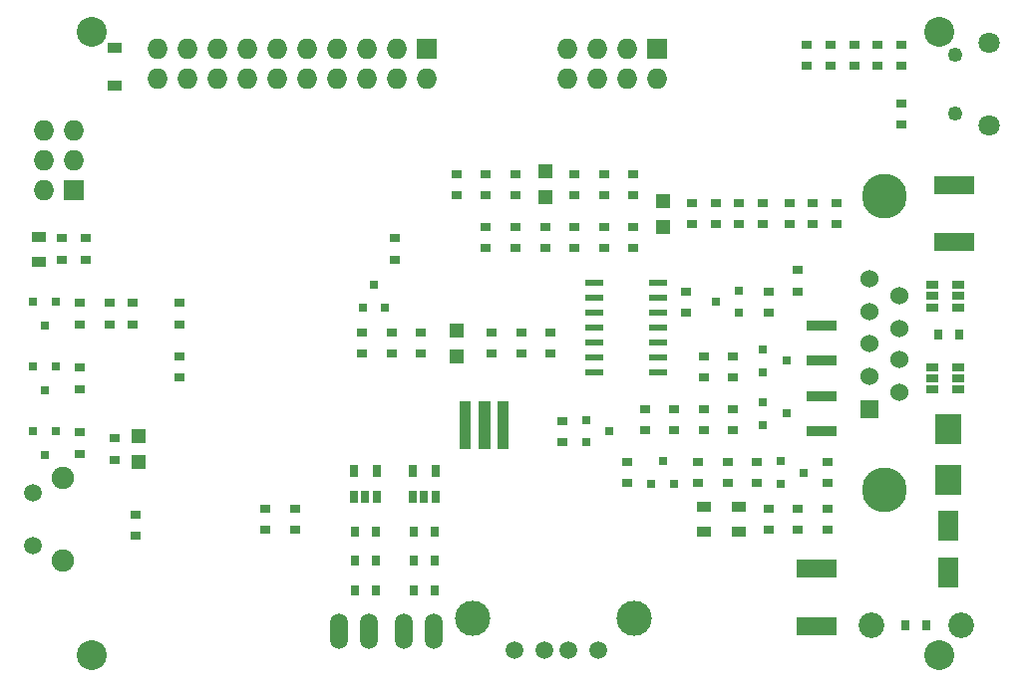
<source format=gbs>
G04 #@! TF.FileFunction,Soldermask,Bot*
%FSLAX46Y46*%
G04 Gerber Fmt 4.6, Leading zero omitted, Abs format (unit mm)*
G04 Created by KiCad (PCBNEW 4.0.0-rc1-stable) date 11/3/2015 9:27:50 AM*
%MOMM*%
G01*
G04 APERTURE LIST*
%ADD10C,0.100000*%
%ADD11R,0.650000X1.060000*%
%ADD12R,1.500000X0.600000*%
%ADD13R,1.727200X1.727200*%
%ADD14O,1.727200X1.727200*%
%ADD15R,1.220000X0.910000*%
%ADD16R,3.500000X1.600000*%
%ADD17C,3.810000*%
%ADD18R,1.524000X1.524000*%
%ADD19C,1.524000*%
%ADD20C,1.800000*%
%ADD21C,1.250000*%
%ADD22C,2.540000*%
%ADD23O,1.506220X3.014980*%
%ADD24R,1.060000X0.650000*%
%ADD25R,1.800860X2.499360*%
%ADD26R,0.900000X0.800000*%
%ADD27R,1.250000X1.200000*%
%ADD28R,0.800000X0.900000*%
%ADD29R,2.500000X0.900000*%
%ADD30R,1.300000X0.900000*%
%ADD31C,1.900000*%
%ADD32C,1.500000*%
%ADD33C,2.180000*%
%ADD34R,0.900000X0.700000*%
%ADD35R,0.700000X0.900000*%
%ADD36R,0.800100X0.800100*%
%ADD37C,1.501140*%
%ADD38C,2.999740*%
%ADD39R,2.301240X2.499360*%
G04 APERTURE END LIST*
D10*
D11*
X71950000Y-164100000D03*
X71000000Y-164100000D03*
X70050000Y-164100000D03*
X70050000Y-161900000D03*
X71950000Y-161900000D03*
D12*
X85450000Y-153510000D03*
X85450000Y-152240000D03*
X85450000Y-150970000D03*
X85450000Y-149700000D03*
X85450000Y-148430000D03*
X85450000Y-147160000D03*
X85450000Y-145890000D03*
X90850000Y-145890000D03*
X90850000Y-147160000D03*
X90850000Y-148430000D03*
X90850000Y-149700000D03*
X90850000Y-150970000D03*
X90850000Y-152240000D03*
X90850000Y-153510000D03*
D13*
X41250000Y-138000000D03*
D14*
X38710000Y-138000000D03*
X41250000Y-135460000D03*
X38710000Y-135460000D03*
X41250000Y-132920000D03*
X38710000Y-132920000D03*
D15*
X44750000Y-125865000D03*
X44750000Y-129135000D03*
D16*
X116000000Y-137561600D03*
X116000000Y-142438400D03*
X104300000Y-170161600D03*
X104300000Y-175038400D03*
D17*
X110050000Y-163500000D03*
X110050000Y-138500000D03*
D18*
X108780000Y-156588000D03*
D19*
X108780000Y-153794000D03*
X108780000Y-151000000D03*
X108780000Y-148333000D03*
X108780000Y-145539000D03*
X111320000Y-146936000D03*
X111320000Y-149730000D03*
X111320000Y-152397000D03*
X111320000Y-155191000D03*
D20*
X118987460Y-132500900D03*
D21*
X116087460Y-131500900D03*
X116087460Y-126500900D03*
D20*
X118987460Y-125500900D03*
D22*
X114750000Y-124500000D03*
D23*
X71770000Y-175500000D03*
X69230000Y-175500000D03*
X66270000Y-175500000D03*
X63730000Y-175500000D03*
D22*
X114750000Y-177500000D03*
D13*
X90750000Y-126000000D03*
D14*
X90750000Y-128540000D03*
X88210000Y-126000000D03*
X88210000Y-128540000D03*
X85670000Y-126000000D03*
X85670000Y-128540000D03*
X83130000Y-126000000D03*
X83130000Y-128540000D03*
D22*
X42750000Y-124500000D03*
X42750000Y-177500000D03*
D24*
X116350000Y-153050000D03*
X116350000Y-154000000D03*
X116350000Y-154950000D03*
X114150000Y-154950000D03*
X114150000Y-153050000D03*
X114150000Y-154000000D03*
X116350000Y-146050000D03*
X116350000Y-147000000D03*
X116350000Y-147950000D03*
X114150000Y-147950000D03*
X114150000Y-146050000D03*
X114150000Y-147000000D03*
D11*
X66950000Y-164100000D03*
X66000000Y-164100000D03*
X65050000Y-164100000D03*
X65050000Y-161900000D03*
X66950000Y-161900000D03*
D25*
X115500000Y-170498980D03*
X115500000Y-166501020D03*
D26*
X42250000Y-142100000D03*
X42250000Y-143900000D03*
X41750000Y-147600000D03*
X41750000Y-149400000D03*
D27*
X81250000Y-136400000D03*
X81250000Y-138600000D03*
X91250000Y-141100000D03*
X91250000Y-138900000D03*
X73750000Y-149900000D03*
X73750000Y-152100000D03*
X46750000Y-158900000D03*
X46750000Y-161100000D03*
D26*
X78750000Y-138400000D03*
X78750000Y-136600000D03*
X88750000Y-142900000D03*
X88750000Y-141100000D03*
X65750000Y-151900000D03*
X65750000Y-150100000D03*
X44750000Y-160900000D03*
X44750000Y-159100000D03*
X46250000Y-147600000D03*
X46250000Y-149400000D03*
X83750000Y-138400000D03*
X83750000Y-136600000D03*
X95750000Y-139100000D03*
X95750000Y-140900000D03*
X99750000Y-140900000D03*
X99750000Y-139100000D03*
X97750000Y-140900000D03*
X97750000Y-139100000D03*
X93750000Y-139100000D03*
X93750000Y-140900000D03*
X105250000Y-166900000D03*
X105250000Y-165100000D03*
X100250000Y-165100000D03*
X100250000Y-166900000D03*
X81750000Y-150100000D03*
X81750000Y-151900000D03*
X102700000Y-146600000D03*
X102700000Y-144800000D03*
X99250000Y-161100000D03*
X99250000Y-162900000D03*
X94250000Y-161100000D03*
X94250000Y-162900000D03*
X100250000Y-148400000D03*
X100250000Y-146600000D03*
X96750000Y-162900000D03*
X96750000Y-161100000D03*
X88250000Y-162900000D03*
X88250000Y-161100000D03*
X93250000Y-148400000D03*
X93250000Y-146600000D03*
X89750000Y-156600000D03*
X89750000Y-158400000D03*
X76750000Y-150100000D03*
X76750000Y-151900000D03*
X79250000Y-151900000D03*
X79250000Y-150100000D03*
D28*
X111850000Y-175000000D03*
X113650000Y-175000000D03*
D26*
X97250000Y-156600000D03*
X97250000Y-158400000D03*
D29*
X104750000Y-155550000D03*
X104750000Y-158450000D03*
D26*
X94750000Y-158400000D03*
X94750000Y-156600000D03*
X92250000Y-158400000D03*
X92250000Y-156600000D03*
D29*
X104750000Y-149550000D03*
X104750000Y-152450000D03*
D26*
X94750000Y-153900000D03*
X94750000Y-152100000D03*
X97250000Y-152100000D03*
X97250000Y-153900000D03*
D28*
X71900000Y-167000000D03*
X70100000Y-167000000D03*
X71900000Y-169500000D03*
X70100000Y-169500000D03*
X65100000Y-169500000D03*
X66900000Y-169500000D03*
X65100000Y-167000000D03*
X66900000Y-167000000D03*
D26*
X111500000Y-127400000D03*
X111500000Y-125600000D03*
X105500000Y-125600000D03*
X105500000Y-127400000D03*
X103500000Y-125600000D03*
X103500000Y-127400000D03*
X107500000Y-127400000D03*
X107500000Y-125600000D03*
X60000000Y-165100000D03*
X60000000Y-166900000D03*
X57500000Y-166900000D03*
X57500000Y-165100000D03*
X41750000Y-153100000D03*
X41750000Y-154900000D03*
X41750000Y-160400000D03*
X41750000Y-158600000D03*
D13*
X71250000Y-126000000D03*
D14*
X71250000Y-128540000D03*
X68710000Y-126000000D03*
X68710000Y-128540000D03*
X66170000Y-126000000D03*
X66170000Y-128540000D03*
X63630000Y-126000000D03*
X63630000Y-128540000D03*
X61090000Y-126000000D03*
X61090000Y-128540000D03*
X58550000Y-126000000D03*
X58550000Y-128540000D03*
X56010000Y-126000000D03*
X56010000Y-128540000D03*
X53470000Y-126000000D03*
X53470000Y-128540000D03*
X50930000Y-126000000D03*
X50930000Y-128540000D03*
X48390000Y-126000000D03*
X48390000Y-128540000D03*
D26*
X70750000Y-150100000D03*
X70750000Y-151900000D03*
D30*
X97750000Y-164950000D03*
X97750000Y-167050000D03*
X94750000Y-164950000D03*
X94750000Y-167050000D03*
X38250000Y-144050000D03*
X38250000Y-141950000D03*
D10*
G36*
X74050000Y-160050000D02*
X74050000Y-155950000D01*
X74950000Y-155950000D01*
X74950000Y-160050000D01*
X74050000Y-160050000D01*
X74050000Y-160050000D01*
G37*
G36*
X75600000Y-160050000D02*
X75600000Y-155950000D01*
X76600000Y-155950000D01*
X76600000Y-160050000D01*
X75600000Y-160050000D01*
X75600000Y-160050000D01*
G37*
G36*
X77250000Y-160050000D02*
X77250000Y-155950000D01*
X78150000Y-155950000D01*
X78150000Y-160050000D01*
X77250000Y-160050000D01*
X77250000Y-160050000D01*
G37*
D31*
X40350000Y-169500000D03*
X40350000Y-162500000D03*
D32*
X37800000Y-168250000D03*
X37800000Y-163750000D03*
D33*
X108940000Y-175000000D03*
X116560000Y-175000000D03*
D34*
X44250000Y-149400000D03*
X44250000Y-147600000D03*
X50250000Y-153900000D03*
X50250000Y-152100000D03*
X50250000Y-147600000D03*
X50250000Y-149400000D03*
X109500000Y-125600000D03*
X109500000Y-127400000D03*
X111500000Y-130600000D03*
X111500000Y-132400000D03*
D35*
X65100000Y-172000000D03*
X66900000Y-172000000D03*
X70100000Y-172000000D03*
X71900000Y-172000000D03*
X116450000Y-150300000D03*
X114650000Y-150300000D03*
D34*
X82750000Y-157600000D03*
X82750000Y-159400000D03*
X105250000Y-162900000D03*
X105250000Y-161100000D03*
X102750000Y-165100000D03*
X102750000Y-166900000D03*
X68250000Y-151900000D03*
X68250000Y-150100000D03*
X86250000Y-138400000D03*
X86250000Y-136600000D03*
X78750000Y-142900000D03*
X78750000Y-141100000D03*
X73750000Y-136600000D03*
X73750000Y-138400000D03*
X86250000Y-142900000D03*
X86250000Y-141100000D03*
X76250000Y-142900000D03*
X76250000Y-141100000D03*
X83750000Y-142900000D03*
X83750000Y-141100000D03*
X102000000Y-140900000D03*
X102000000Y-139100000D03*
X81250000Y-142900000D03*
X81250000Y-141100000D03*
X88750000Y-138400000D03*
X88750000Y-136600000D03*
X76250000Y-136600000D03*
X76250000Y-138400000D03*
X40250000Y-143900000D03*
X40250000Y-142100000D03*
D36*
X67700000Y-148000760D03*
X65800000Y-148000760D03*
X66750000Y-146001780D03*
X101249240Y-162950000D03*
X101249240Y-161050000D03*
X103248220Y-162000000D03*
X92200000Y-163000760D03*
X90300000Y-163000760D03*
X91250000Y-161001780D03*
X97750760Y-146550000D03*
X97750760Y-148450000D03*
X95751780Y-147500000D03*
X84749240Y-159450000D03*
X84749240Y-157550000D03*
X86748220Y-158500000D03*
X99749240Y-157950000D03*
X99749240Y-156050000D03*
X101748220Y-157000000D03*
X99749240Y-153450000D03*
X99749240Y-151550000D03*
X101748220Y-152500000D03*
X37800000Y-152999240D03*
X39700000Y-152999240D03*
X38750000Y-154998220D03*
X37800000Y-158499240D03*
X39700000Y-158499240D03*
X38750000Y-160498220D03*
X37800000Y-147499240D03*
X39700000Y-147499240D03*
X38750000Y-149498220D03*
D37*
X85812860Y-177102120D03*
X83272860Y-177102120D03*
X81240860Y-177102120D03*
X78700860Y-177102120D03*
D38*
X88860860Y-174435120D03*
X75144860Y-174435120D03*
D26*
X68500000Y-143900000D03*
X68500000Y-142100000D03*
X104000000Y-139100000D03*
X104000000Y-140900000D03*
X106000000Y-139100000D03*
X106000000Y-140900000D03*
X46500000Y-165600000D03*
X46500000Y-167400000D03*
D39*
X115500000Y-158351160D03*
X115500000Y-162648840D03*
M02*

</source>
